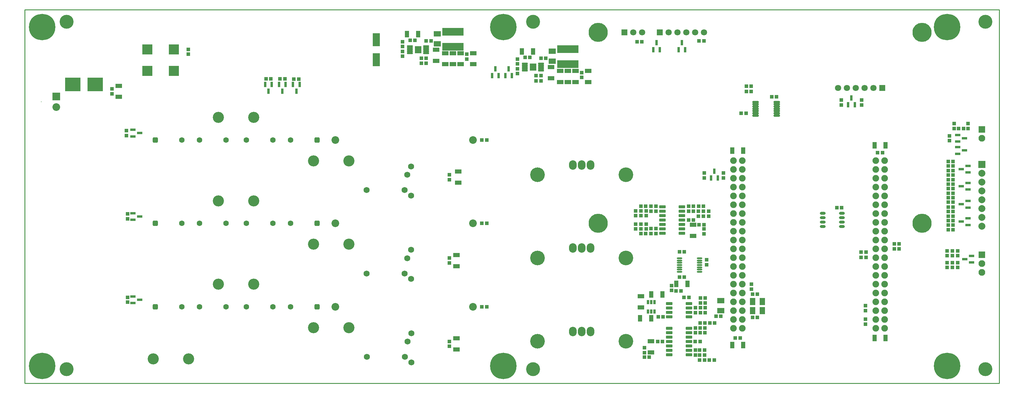
<source format=gts>
G04 Layer_Color=8388736*
%FSLAX43Y43*%
%MOMM*%
G71*
G01*
G75*
%ADD38C,0.254*%
%ADD75R,2.903X2.903*%
%ADD76O,1.550X0.500*%
%ADD77R,6.203X2.203*%
%ADD78R,0.803X1.203*%
%ADD79R,1.553X0.803*%
%ADD80O,1.653X0.853*%
%ADD81R,2.003X1.543*%
%ADD82R,1.003X1.103*%
G04:AMPARAMS|DCode=83|XSize=0.653mm|YSize=1.803mm|CornerRadius=0.151mm|HoleSize=0mm|Usage=FLASHONLY|Rotation=90.000|XOffset=0mm|YOffset=0mm|HoleType=Round|Shape=RoundedRectangle|*
%AMROUNDEDRECTD83*
21,1,0.653,1.501,0,0,90.0*
21,1,0.351,1.803,0,0,90.0*
1,1,0.302,0.750,0.175*
1,1,0.302,0.750,-0.175*
1,1,0.302,-0.750,-0.175*
1,1,0.302,-0.750,0.175*
%
%ADD83ROUNDEDRECTD83*%
%ADD84R,4.443X4.013*%
%ADD85R,2.003X3.753*%
%ADD86C,4.000*%
G04:AMPARAMS|DCode=87|XSize=0.853mm|YSize=1.853mm|CornerRadius=0.15mm|HoleSize=0mm|Usage=FLASHONLY|Rotation=90.000|XOffset=0mm|YOffset=0mm|HoleType=Round|Shape=RoundedRectangle|*
%AMROUNDEDRECTD87*
21,1,0.853,1.552,0,0,90.0*
21,1,0.552,1.853,0,0,90.0*
1,1,0.301,0.776,0.276*
1,1,0.301,0.776,-0.276*
1,1,0.301,-0.776,-0.276*
1,1,0.301,-0.776,0.276*
%
%ADD87ROUNDEDRECTD87*%
%ADD88R,1.903X1.203*%
%ADD89R,1.103X1.003*%
G04:AMPARAMS|DCode=90|XSize=0.503mm|YSize=1.753mm|CornerRadius=0.151mm|HoleSize=0mm|Usage=FLASHONLY|Rotation=90.000|XOffset=0mm|YOffset=0mm|HoleType=Round|Shape=RoundedRectangle|*
%AMROUNDEDRECTD90*
21,1,0.503,1.451,0,0,90.0*
21,1,0.201,1.753,0,0,90.0*
1,1,0.302,0.726,0.101*
1,1,0.302,0.726,-0.101*
1,1,0.302,-0.726,-0.101*
1,1,0.302,-0.726,0.101*
%
%ADD90ROUNDEDRECTD90*%
G04:AMPARAMS|DCode=91|XSize=1.933mm|YSize=2.103mm|CornerRadius=0.153mm|HoleSize=0mm|Usage=FLASHONLY|Rotation=0.000|XOffset=0mm|YOffset=0mm|HoleType=Round|Shape=RoundedRectangle|*
%AMROUNDEDRECTD91*
21,1,1.933,1.796,0,0,0.0*
21,1,1.626,2.103,0,0,0.0*
1,1,0.307,0.813,-0.898*
1,1,0.307,-0.813,-0.898*
1,1,0.307,-0.813,0.898*
1,1,0.307,0.813,0.898*
%
%ADD91ROUNDEDRECTD91*%
%ADD92R,0.803X1.553*%
%ADD93R,1.543X2.003*%
%ADD94R,1.203X1.903*%
%ADD95O,2.203X2.703*%
%ADD96C,2.203*%
%ADD97C,3.203*%
%ADD98C,1.803*%
%ADD99R,1.803X1.803*%
%ADD100C,1.727*%
%ADD101C,7.603*%
%ADD102C,5.503*%
%ADD103C,1.903*%
%ADD104C,1.953*%
%ADD105R,1.953X1.953*%
%ADD106C,4.203*%
%ADD107R,0.203X0.203*%
%ADD108R,2.203X2.203*%
%ADD109C,2.003*%
%ADD110R,2.003X2.003*%
%ADD111C,1.603*%
G04:AMPARAMS|DCode=112|XSize=1.603mm|YSize=1.603mm|CornerRadius=0.452mm|HoleSize=0mm|Usage=FLASHONLY|Rotation=180.000|XOffset=0mm|YOffset=0mm|HoleType=Round|Shape=RoundedRectangle|*
%AMROUNDEDRECTD112*
21,1,1.603,0.700,0,0,180.0*
21,1,0.700,1.603,0,0,180.0*
1,1,0.903,-0.350,0.350*
1,1,0.903,0.350,0.350*
1,1,0.903,0.350,-0.350*
1,1,0.903,-0.350,-0.350*
%
%ADD112ROUNDEDRECTD112*%
%ADD113C,0.803*%
D38*
X0Y0D02*
X280000D01*
Y107500D01*
X0D02*
X280000D01*
X0Y0D02*
Y107500D01*
D75*
X35190Y96110D02*
D03*
X42810D02*
D03*
Y89890D02*
D03*
X35190D02*
D03*
D76*
X193875Y32050D02*
D03*
Y32700D02*
D03*
Y33350D02*
D03*
Y34000D02*
D03*
Y34650D02*
D03*
Y35300D02*
D03*
Y35950D02*
D03*
X188125Y32050D02*
D03*
Y32700D02*
D03*
Y33350D02*
D03*
Y34000D02*
D03*
Y34650D02*
D03*
Y35300D02*
D03*
Y35950D02*
D03*
D77*
X156000Y96150D02*
D03*
Y91850D02*
D03*
X123000Y101150D02*
D03*
Y96850D02*
D03*
D78*
X179050Y23375D02*
D03*
X180000D02*
D03*
X180950D02*
D03*
Y20625D02*
D03*
X180000D02*
D03*
X179050D02*
D03*
D79*
X268025Y71450D02*
D03*
Y69550D02*
D03*
X269975Y70500D02*
D03*
Y67000D02*
D03*
X268025Y66050D02*
D03*
Y67950D02*
D03*
X32975Y72000D02*
D03*
X31025Y71050D02*
D03*
Y72950D02*
D03*
X32975Y48000D02*
D03*
X31025Y47050D02*
D03*
Y48950D02*
D03*
X32975Y24000D02*
D03*
X31025Y23050D02*
D03*
Y24950D02*
D03*
X269025Y61600D02*
D03*
X270975Y62550D02*
D03*
Y60650D02*
D03*
X269025Y56700D02*
D03*
X270975Y57650D02*
D03*
Y55750D02*
D03*
X269025Y51500D02*
D03*
X270975Y52450D02*
D03*
Y50550D02*
D03*
X269025Y46500D02*
D03*
X270975Y47450D02*
D03*
Y45550D02*
D03*
X271975Y34750D02*
D03*
Y36650D02*
D03*
X270025Y35700D02*
D03*
D80*
X229275Y48905D02*
D03*
Y47635D02*
D03*
Y46365D02*
D03*
Y45095D02*
D03*
X234725Y48905D02*
D03*
Y47635D02*
D03*
Y46365D02*
D03*
Y45095D02*
D03*
D81*
X151500Y92670D02*
D03*
Y95530D02*
D03*
X200000Y20870D02*
D03*
Y23730D02*
D03*
X118500Y100530D02*
D03*
Y97670D02*
D03*
D82*
X241700Y36200D02*
D03*
X240300D02*
D03*
X269700Y73300D02*
D03*
X268300D02*
D03*
X193700Y98500D02*
D03*
X195100D02*
D03*
X210500Y25600D02*
D03*
X209100D02*
D03*
X198600Y19300D02*
D03*
X200000D02*
D03*
X210500Y18900D02*
D03*
X209100D02*
D03*
X265300Y44200D02*
D03*
X266700D02*
D03*
X265300Y48100D02*
D03*
X266700D02*
D03*
X265300Y49400D02*
D03*
X266700D02*
D03*
X265300Y53400D02*
D03*
X266700D02*
D03*
X265300Y54700D02*
D03*
X266700D02*
D03*
X265300Y58600D02*
D03*
X266700D02*
D03*
X265300Y59900D02*
D03*
X266700D02*
D03*
X265300Y63800D02*
D03*
X266700D02*
D03*
Y62500D02*
D03*
X265300D02*
D03*
X266700Y61200D02*
D03*
X265300D02*
D03*
X266700Y57300D02*
D03*
X265300D02*
D03*
X266700Y56000D02*
D03*
X265300D02*
D03*
X195300Y9500D02*
D03*
X193900D02*
D03*
Y6700D02*
D03*
X195300D02*
D03*
Y8100D02*
D03*
X193900D02*
D03*
X189400Y24700D02*
D03*
X190800D02*
D03*
X182000Y19100D02*
D03*
X183400D02*
D03*
X194000Y12000D02*
D03*
X192600D02*
D03*
X266700Y52100D02*
D03*
X265300D02*
D03*
X266700Y50700D02*
D03*
X265300D02*
D03*
X266700Y46800D02*
D03*
X265300D02*
D03*
X266700Y45500D02*
D03*
X265300D02*
D03*
X70700Y87600D02*
D03*
X69300D02*
D03*
X74700D02*
D03*
X73300D02*
D03*
X78700Y87500D02*
D03*
X77300D02*
D03*
X113900Y93500D02*
D03*
X115300D02*
D03*
Y92100D02*
D03*
X113900D02*
D03*
X146900Y88500D02*
D03*
X148300D02*
D03*
Y87000D02*
D03*
X146900D02*
D03*
X132700Y70000D02*
D03*
X131300D02*
D03*
X192100Y49500D02*
D03*
X190700D02*
D03*
Y50900D02*
D03*
X192100D02*
D03*
X132700Y46000D02*
D03*
X131300D02*
D03*
X179900Y49500D02*
D03*
X181300D02*
D03*
Y50900D02*
D03*
X179900D02*
D03*
X132700Y22000D02*
D03*
X131300D02*
D03*
X179900Y44500D02*
D03*
X181300D02*
D03*
Y43100D02*
D03*
X179900D02*
D03*
X195500Y20300D02*
D03*
X194100D02*
D03*
Y24500D02*
D03*
X195500D02*
D03*
Y21700D02*
D03*
X194100D02*
D03*
X195400Y14500D02*
D03*
X194000D02*
D03*
X195400Y15900D02*
D03*
X194000D02*
D03*
Y17300D02*
D03*
X195400D02*
D03*
X193700Y45600D02*
D03*
X195100D02*
D03*
X179400Y7500D02*
D03*
X178000D02*
D03*
X214600Y82400D02*
D03*
X216000D02*
D03*
X177300Y98300D02*
D03*
X175900D02*
D03*
X110700Y98700D02*
D03*
X112100D02*
D03*
X116700Y98500D02*
D03*
X115300D02*
D03*
X145100Y93800D02*
D03*
X143700D02*
D03*
X149700Y93500D02*
D03*
X148300D02*
D03*
X233300Y50500D02*
D03*
X234700D02*
D03*
X246430Y66370D02*
D03*
X245030D02*
D03*
X204130Y12970D02*
D03*
X205530D02*
D03*
X192100Y47000D02*
D03*
X190700D02*
D03*
X189500Y30500D02*
D03*
X188100D02*
D03*
X188500Y26600D02*
D03*
X187100D02*
D03*
X193600Y50900D02*
D03*
X195000D02*
D03*
X178400D02*
D03*
X177000D02*
D03*
X189500Y37800D02*
D03*
X188100D02*
D03*
X178400Y43100D02*
D03*
X177000D02*
D03*
X181800Y12000D02*
D03*
X183200D02*
D03*
X196700Y6700D02*
D03*
X198100D02*
D03*
X195500Y23100D02*
D03*
X194100D02*
D03*
X198200Y17300D02*
D03*
X196800D02*
D03*
X205800Y77700D02*
D03*
X207200D02*
D03*
X207300Y84000D02*
D03*
X208700D02*
D03*
X207300Y85500D02*
D03*
X208700D02*
D03*
X251200Y40100D02*
D03*
X249800D02*
D03*
X240300Y37700D02*
D03*
X241700D02*
D03*
X249800Y38700D02*
D03*
X251200D02*
D03*
D83*
X209950Y80950D02*
D03*
Y80300D02*
D03*
Y79650D02*
D03*
Y79000D02*
D03*
Y78350D02*
D03*
Y77700D02*
D03*
Y77050D02*
D03*
X216050Y80950D02*
D03*
Y80300D02*
D03*
Y79650D02*
D03*
Y79000D02*
D03*
Y78350D02*
D03*
Y77700D02*
D03*
Y77050D02*
D03*
D84*
X13815Y86000D02*
D03*
X20185D02*
D03*
D85*
X101000Y98875D02*
D03*
Y93125D02*
D03*
D86*
X12000Y104000D02*
D03*
X146000Y4000D02*
D03*
X12000D02*
D03*
X146000Y104000D02*
D03*
X276000Y4000D02*
D03*
Y104000D02*
D03*
D87*
X185175Y15810D02*
D03*
Y14540D02*
D03*
Y13270D02*
D03*
Y12000D02*
D03*
Y10730D02*
D03*
Y9460D02*
D03*
Y8190D02*
D03*
X190825Y15810D02*
D03*
Y14540D02*
D03*
Y13270D02*
D03*
Y12000D02*
D03*
Y10730D02*
D03*
Y9460D02*
D03*
Y8190D02*
D03*
X185175Y22905D02*
D03*
Y21635D02*
D03*
Y20365D02*
D03*
Y19095D02*
D03*
X190825Y22905D02*
D03*
Y21635D02*
D03*
Y20365D02*
D03*
Y19095D02*
D03*
X188825Y43190D02*
D03*
Y44460D02*
D03*
Y45730D02*
D03*
Y47000D02*
D03*
Y48270D02*
D03*
Y49540D02*
D03*
Y50810D02*
D03*
X183175Y43190D02*
D03*
Y44460D02*
D03*
Y45730D02*
D03*
Y47000D02*
D03*
Y48270D02*
D03*
Y49540D02*
D03*
Y50810D02*
D03*
D88*
X179900Y8900D02*
D03*
Y12100D02*
D03*
X151200Y91000D02*
D03*
Y87800D02*
D03*
X128800Y91800D02*
D03*
Y95000D02*
D03*
X161900Y86700D02*
D03*
Y89900D02*
D03*
X125200Y95000D02*
D03*
Y91800D02*
D03*
X177000Y25000D02*
D03*
Y21800D02*
D03*
X118200Y96000D02*
D03*
Y92800D02*
D03*
X123000Y95000D02*
D03*
Y91800D02*
D03*
X120800Y95000D02*
D03*
Y91800D02*
D03*
X158200Y89900D02*
D03*
Y86700D02*
D03*
X156000Y89900D02*
D03*
Y86700D02*
D03*
X153800Y89900D02*
D03*
Y86700D02*
D03*
X27000Y85600D02*
D03*
Y82400D02*
D03*
X192000Y45600D02*
D03*
Y42400D02*
D03*
X124500Y60900D02*
D03*
Y57700D02*
D03*
X124000Y36900D02*
D03*
Y33700D02*
D03*
Y12900D02*
D03*
Y9700D02*
D03*
D89*
X267000Y73300D02*
D03*
Y74700D02*
D03*
X241500Y18400D02*
D03*
Y17000D02*
D03*
X208800Y28500D02*
D03*
Y27100D02*
D03*
X241500Y20900D02*
D03*
Y22300D02*
D03*
X195900Y34100D02*
D03*
Y35500D02*
D03*
X268000Y33300D02*
D03*
Y34700D02*
D03*
Y38100D02*
D03*
Y36700D02*
D03*
X29200Y72700D02*
D03*
Y71300D02*
D03*
X234600Y81500D02*
D03*
Y80100D02*
D03*
X29500Y48700D02*
D03*
Y47300D02*
D03*
X240400Y81500D02*
D03*
Y80100D02*
D03*
X29500Y24700D02*
D03*
Y23300D02*
D03*
X108500Y98300D02*
D03*
Y96900D02*
D03*
X141500Y93300D02*
D03*
Y91900D02*
D03*
X195000Y49500D02*
D03*
Y48100D02*
D03*
X196500D02*
D03*
Y49500D02*
D03*
X177000Y49600D02*
D03*
Y48200D02*
D03*
X175500D02*
D03*
Y49600D02*
D03*
X177000Y44400D02*
D03*
Y45800D02*
D03*
X175500D02*
D03*
Y44400D02*
D03*
X185800Y28100D02*
D03*
Y26700D02*
D03*
X108500Y95500D02*
D03*
Y94100D02*
D03*
X127000Y94700D02*
D03*
Y93300D02*
D03*
X141500Y89100D02*
D03*
Y90500D02*
D03*
X160000Y88000D02*
D03*
Y89400D02*
D03*
X47000Y94700D02*
D03*
Y96100D02*
D03*
X25000Y83300D02*
D03*
Y84700D02*
D03*
X200730Y60470D02*
D03*
Y59070D02*
D03*
X195230Y60470D02*
D03*
Y59070D02*
D03*
X195100Y43000D02*
D03*
Y44400D02*
D03*
X122000Y58600D02*
D03*
Y60000D02*
D03*
X193500Y49500D02*
D03*
Y48100D02*
D03*
X122000Y34600D02*
D03*
Y36000D02*
D03*
X178500Y49600D02*
D03*
Y48200D02*
D03*
X122000Y10600D02*
D03*
Y12000D02*
D03*
X178500Y44400D02*
D03*
Y45800D02*
D03*
X178000Y10200D02*
D03*
Y8800D02*
D03*
X192700Y9500D02*
D03*
Y8100D02*
D03*
Y20300D02*
D03*
Y21700D02*
D03*
Y14500D02*
D03*
Y15900D02*
D03*
X271000Y73300D02*
D03*
Y74700D02*
D03*
X266500Y38100D02*
D03*
Y36700D02*
D03*
Y33300D02*
D03*
Y34700D02*
D03*
X265000Y38100D02*
D03*
Y36700D02*
D03*
Y34700D02*
D03*
Y33300D02*
D03*
X265700Y71200D02*
D03*
Y69800D02*
D03*
D90*
X148325Y90000D02*
D03*
Y90500D02*
D03*
Y91000D02*
D03*
Y91500D02*
D03*
X143675Y90000D02*
D03*
Y90500D02*
D03*
Y91000D02*
D03*
Y91500D02*
D03*
Y92000D02*
D03*
X148325D02*
D03*
X115325Y97000D02*
D03*
X110675D02*
D03*
Y96500D02*
D03*
Y96000D02*
D03*
Y95500D02*
D03*
Y95000D02*
D03*
X115325Y96500D02*
D03*
Y96000D02*
D03*
Y95500D02*
D03*
Y95000D02*
D03*
D91*
X146000Y91000D02*
D03*
X113000Y96000D02*
D03*
D92*
X139000Y90475D02*
D03*
X139950Y88525D02*
D03*
X138050D02*
D03*
X135200Y90475D02*
D03*
X136150Y88525D02*
D03*
X134250D02*
D03*
X198130Y61045D02*
D03*
X199080Y59095D02*
D03*
X197180D02*
D03*
X70000Y84025D02*
D03*
X69050Y85975D02*
D03*
X70950D02*
D03*
X74000Y84025D02*
D03*
X73050Y85975D02*
D03*
X74950D02*
D03*
X78000Y84025D02*
D03*
X77050Y85975D02*
D03*
X78950D02*
D03*
X188800Y97975D02*
D03*
X189750Y96025D02*
D03*
X187850D02*
D03*
X181500Y97975D02*
D03*
X182450Y96025D02*
D03*
X180550D02*
D03*
X237500Y82075D02*
D03*
X238450Y80125D02*
D03*
X236550D02*
D03*
D93*
X211930Y23500D02*
D03*
X209070D02*
D03*
X211930Y20900D02*
D03*
X209070D02*
D03*
D94*
X180000Y18700D02*
D03*
X176800D02*
D03*
X180000Y25500D02*
D03*
X183200D02*
D03*
X109800Y100500D02*
D03*
X113000D02*
D03*
X142800Y95500D02*
D03*
X146000D02*
D03*
X203230Y66970D02*
D03*
X206430D02*
D03*
X247330Y12970D02*
D03*
X244130D02*
D03*
Y68470D02*
D03*
X247330D02*
D03*
X206430Y10970D02*
D03*
X203230D02*
D03*
X187200Y28600D02*
D03*
X190400D02*
D03*
D95*
X162550Y14900D02*
D03*
X160000D02*
D03*
X157450D02*
D03*
X162550Y62800D02*
D03*
X160000D02*
D03*
X157450D02*
D03*
Y38900D02*
D03*
X160000D02*
D03*
X162550D02*
D03*
D96*
X89250Y22000D02*
D03*
X128750D02*
D03*
X9000Y79500D02*
D03*
X89250Y70000D02*
D03*
X128750D02*
D03*
X89250Y46000D02*
D03*
X128750D02*
D03*
D97*
X65780Y76500D02*
D03*
X55620D02*
D03*
X47080Y7000D02*
D03*
X36920D02*
D03*
X82920Y16000D02*
D03*
X93080D02*
D03*
Y40000D02*
D03*
X82920D02*
D03*
X93080Y64000D02*
D03*
X82920D02*
D03*
X65780Y28500D02*
D03*
X55620D02*
D03*
X65780Y52500D02*
D03*
X55620D02*
D03*
D98*
X233650Y85000D02*
D03*
X238730D02*
D03*
X243810D02*
D03*
X241270D02*
D03*
X236190D02*
D03*
X174790Y101000D02*
D03*
X177330D02*
D03*
X192570Y101000D02*
D03*
X187490D02*
D03*
X184950D02*
D03*
X190030D02*
D03*
X195110D02*
D03*
D99*
X246350Y85000D02*
D03*
X172250Y101000D02*
D03*
X182410Y101000D02*
D03*
D100*
X111100Y14380D02*
D03*
X109220Y7570D02*
D03*
X98300D02*
D03*
X109980Y11970D02*
D03*
X111100Y6000D02*
D03*
X111000Y62380D02*
D03*
X109120Y55570D02*
D03*
X98200D02*
D03*
X109880Y59970D02*
D03*
X111000Y54000D02*
D03*
X98200Y31570D02*
D03*
X111000Y30000D02*
D03*
X109120Y31570D02*
D03*
X109880Y35970D02*
D03*
X111000Y38380D02*
D03*
D101*
X5000Y5000D02*
D03*
Y102500D02*
D03*
X137500D02*
D03*
X265000D02*
D03*
Y5000D02*
D03*
X137500Y5000D02*
D03*
D102*
X164750Y46000D02*
D03*
Y101000D02*
D03*
X257750D02*
D03*
X257770Y46000D02*
D03*
D103*
X203560Y64100D02*
D03*
Y61560D02*
D03*
Y59020D02*
D03*
Y56480D02*
D03*
Y53940D02*
D03*
Y51400D02*
D03*
Y48860D02*
D03*
Y46320D02*
D03*
Y43780D02*
D03*
Y41240D02*
D03*
Y38700D02*
D03*
Y36160D02*
D03*
Y33620D02*
D03*
Y31080D02*
D03*
Y28540D02*
D03*
Y26000D02*
D03*
Y23460D02*
D03*
Y20920D02*
D03*
Y18380D02*
D03*
Y15840D02*
D03*
X206100Y64100D02*
D03*
Y61560D02*
D03*
Y59020D02*
D03*
Y56480D02*
D03*
Y53940D02*
D03*
Y51400D02*
D03*
Y48860D02*
D03*
Y46320D02*
D03*
Y43780D02*
D03*
Y41240D02*
D03*
Y38700D02*
D03*
Y36160D02*
D03*
Y33620D02*
D03*
Y31080D02*
D03*
Y28540D02*
D03*
Y26000D02*
D03*
Y23460D02*
D03*
Y20920D02*
D03*
Y18380D02*
D03*
Y15840D02*
D03*
X247000D02*
D03*
Y18380D02*
D03*
Y20920D02*
D03*
Y23460D02*
D03*
Y26000D02*
D03*
Y28540D02*
D03*
Y31080D02*
D03*
Y33620D02*
D03*
Y36160D02*
D03*
Y38700D02*
D03*
Y41240D02*
D03*
Y43780D02*
D03*
Y46320D02*
D03*
Y48860D02*
D03*
Y51400D02*
D03*
Y53940D02*
D03*
Y56480D02*
D03*
Y59020D02*
D03*
Y61560D02*
D03*
Y64100D02*
D03*
X244460Y15840D02*
D03*
Y18380D02*
D03*
Y20920D02*
D03*
Y23460D02*
D03*
Y26000D02*
D03*
Y28540D02*
D03*
Y31080D02*
D03*
Y33620D02*
D03*
Y36160D02*
D03*
Y38700D02*
D03*
Y41240D02*
D03*
Y43780D02*
D03*
Y46320D02*
D03*
Y48860D02*
D03*
Y51400D02*
D03*
Y53940D02*
D03*
Y56480D02*
D03*
Y59020D02*
D03*
Y61560D02*
D03*
Y64100D02*
D03*
D104*
X275000Y31920D02*
D03*
Y34460D02*
D03*
Y70460D02*
D03*
D105*
Y37000D02*
D03*
Y73000D02*
D03*
D106*
X172700Y60000D02*
D03*
X147300D02*
D03*
X172700Y12100D02*
D03*
X147300D02*
D03*
X172700Y36000D02*
D03*
X147300D02*
D03*
D107*
X4680Y81000D02*
D03*
D108*
X9000Y82500D02*
D03*
D109*
X275000Y45220D02*
D03*
Y47760D02*
D03*
Y50300D02*
D03*
Y52840D02*
D03*
Y55380D02*
D03*
Y57920D02*
D03*
Y60460D02*
D03*
D110*
Y63000D02*
D03*
D111*
X63680Y22000D02*
D03*
X71300D02*
D03*
X76380D02*
D03*
X45120Y70000D02*
D03*
X50200D02*
D03*
X57820D02*
D03*
X63680Y70000D02*
D03*
X71300D02*
D03*
X76380D02*
D03*
X45120Y46000D02*
D03*
X50200D02*
D03*
X57820D02*
D03*
X63680Y46000D02*
D03*
X71300D02*
D03*
X76380D02*
D03*
X45120Y22000D02*
D03*
X50200D02*
D03*
X57820D02*
D03*
D112*
X84000Y22000D02*
D03*
X37500Y70000D02*
D03*
X84000Y70000D02*
D03*
X37500Y46000D02*
D03*
X84000Y46000D02*
D03*
X37500Y22000D02*
D03*
D113*
X145500Y91500D02*
D03*
X146500D02*
D03*
X145500Y90500D02*
D03*
X146500D02*
D03*
X113500Y95500D02*
D03*
X112500D02*
D03*
X113500Y96500D02*
D03*
X112500D02*
D03*
M02*

</source>
